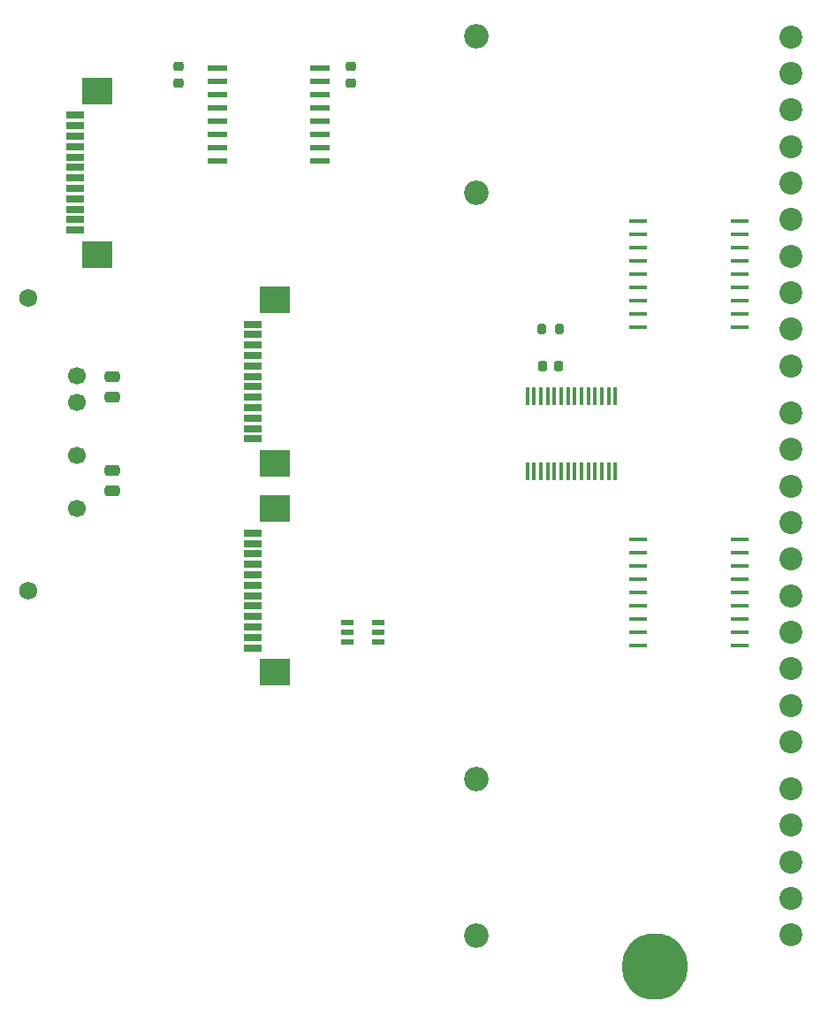
<source format=gbr>
%TF.GenerationSoftware,KiCad,Pcbnew,9.0.1*%
%TF.CreationDate,2025-04-28T12:51:49+03:00*%
%TF.ProjectId,PM_CNV-DQ16_src,504d5f43-4e56-42d4-9451-31365f737263,rev?*%
%TF.SameCoordinates,Original*%
%TF.FileFunction,Soldermask,Top*%
%TF.FilePolarity,Negative*%
%FSLAX46Y46*%
G04 Gerber Fmt 4.6, Leading zero omitted, Abs format (unit mm)*
G04 Created by KiCad (PCBNEW 9.0.1) date 2025-04-28 12:51:49*
%MOMM*%
%LPD*%
G01*
G04 APERTURE LIST*
G04 Aperture macros list*
%AMRoundRect*
0 Rectangle with rounded corners*
0 $1 Rounding radius*
0 $2 $3 $4 $5 $6 $7 $8 $9 X,Y pos of 4 corners*
0 Add a 4 corners polygon primitive as box body*
4,1,4,$2,$3,$4,$5,$6,$7,$8,$9,$2,$3,0*
0 Add four circle primitives for the rounded corners*
1,1,$1+$1,$2,$3*
1,1,$1+$1,$4,$5*
1,1,$1+$1,$6,$7*
1,1,$1+$1,$8,$9*
0 Add four rect primitives between the rounded corners*
20,1,$1+$1,$2,$3,$4,$5,0*
20,1,$1+$1,$4,$5,$6,$7,0*
20,1,$1+$1,$6,$7,$8,$9,0*
20,1,$1+$1,$8,$9,$2,$3,0*%
G04 Aperture macros list end*
%ADD10C,2.200000*%
%ADD11R,1.716000X0.450800*%
%ADD12C,2.350000*%
%ADD13R,1.803400X0.635000*%
%ADD14R,2.997200X2.590800*%
%ADD15RoundRect,0.225000X0.225000X0.250000X-0.225000X0.250000X-0.225000X-0.250000X0.225000X-0.250000X0*%
%ADD16R,1.181100X0.558800*%
%ADD17RoundRect,0.225000X-0.250000X0.225000X-0.250000X-0.225000X0.250000X-0.225000X0.250000X0.225000X0*%
%ADD18RoundRect,0.250000X-0.475000X0.250000X-0.475000X-0.250000X0.475000X-0.250000X0.475000X0.250000X0*%
%ADD19RoundRect,0.250000X0.475000X-0.250000X0.475000X0.250000X-0.475000X0.250000X-0.475000X-0.250000X0*%
%ADD20C,1.700000*%
%ADD21R,0.431800X1.655601*%
%ADD22R,1.854200X0.482600*%
%ADD23RoundRect,0.200000X0.200000X0.275000X-0.200000X0.275000X-0.200000X-0.275000X0.200000X-0.275000X0*%
%ADD24O,6.350000X6.350000*%
%ADD25C,1.725000*%
G04 APERTURE END LIST*
D10*
%TO.C,J6*%
X35000000Y-43000000D03*
X35000000Y-39500000D03*
X35000000Y-36000000D03*
X35000000Y-32500000D03*
X35000000Y-29000000D03*
%TD*%
D11*
%TO.C,U6*%
X20389202Y25400000D03*
X20389202Y24130000D03*
X20389202Y22860000D03*
X20389202Y21590000D03*
X20389202Y20320000D03*
X20389202Y19050000D03*
X20389202Y17780000D03*
X20389202Y16510000D03*
X20389202Y15240000D03*
X30090798Y15240000D03*
X30090798Y16510000D03*
X30090798Y17780000D03*
X30090798Y19050000D03*
X30090798Y20320000D03*
X30090798Y21590000D03*
X30090798Y22860000D03*
X30090798Y24130000D03*
X30090798Y25400000D03*
%TD*%
D10*
%TO.C,J5*%
X35000000Y-24500000D03*
X35000000Y-21000000D03*
X35000000Y-17500000D03*
X35000000Y-14000000D03*
X35000000Y-10500000D03*
X35000000Y-7000000D03*
X35000000Y-3500000D03*
X35000000Y0D03*
X35000000Y3500000D03*
X35000000Y7000000D03*
%TD*%
%TO.C,J3*%
X35000000Y11500000D03*
X35000000Y15000000D03*
X35000000Y18500000D03*
X35000000Y22000000D03*
X35000000Y25500000D03*
X35000000Y29000000D03*
X35000000Y32500000D03*
X35000000Y36000000D03*
X35000000Y39500000D03*
X35000000Y43000000D03*
%TD*%
D12*
%TO.C,U8*%
X4920000Y28060000D03*
X4920000Y43060000D03*
%TD*%
D13*
%TO.C,J1*%
X-33556000Y24500008D03*
X-33556000Y25500006D03*
X-33556000Y26500004D03*
X-33556000Y27500002D03*
X-33556000Y28500000D03*
X-33556000Y29500000D03*
X-33556000Y30500000D03*
X-33556000Y31500000D03*
X-33556000Y32499998D03*
X-33556000Y33499996D03*
X-33556000Y34499994D03*
X-33556000Y35499992D03*
D14*
X-31385999Y22149997D03*
X-31385999Y37850003D03*
%TD*%
D15*
%TO.C,C7*%
X12775000Y11500000D03*
X11225000Y11500000D03*
%TD*%
D16*
%TO.C,U10*%
X-4533150Y-14950001D03*
X-4533150Y-14000000D03*
X-4533150Y-13049999D03*
X-7466850Y-13049999D03*
X-7466850Y-14000000D03*
X-7466850Y-14950001D03*
%TD*%
D17*
%TO.C,C1*%
X-23655000Y40145000D03*
X-23655000Y38595000D03*
%TD*%
D18*
%TO.C,C3*%
X-30000000Y10450000D03*
X-30000000Y8550000D03*
%TD*%
D12*
%TO.C,U9*%
X4920000Y-28060000D03*
X4920000Y-43060000D03*
%TD*%
D13*
%TO.C,J4*%
X-16556000Y-15499992D03*
X-16556000Y-14499994D03*
X-16556000Y-13499996D03*
X-16556000Y-12499998D03*
X-16556000Y-11500000D03*
X-16556000Y-10500000D03*
X-16556000Y-9500000D03*
X-16556000Y-8500000D03*
X-16556000Y-7500002D03*
X-16556000Y-6500004D03*
X-16556000Y-5500006D03*
X-16556000Y-4500008D03*
D14*
X-14385999Y-17850003D03*
X-14385999Y-2149997D03*
%TD*%
D19*
%TO.C,C4*%
X-30000000Y-450000D03*
X-30000000Y1450000D03*
%TD*%
D11*
%TO.C,U7*%
X20389202Y-5080000D03*
X20389202Y-6350000D03*
X20389202Y-7620000D03*
X20389202Y-8890000D03*
X20389202Y-10160000D03*
X20389202Y-11430000D03*
X20389202Y-12700000D03*
X20389202Y-13970000D03*
X20389202Y-15240000D03*
X30090798Y-15240000D03*
X30090798Y-13970000D03*
X30090798Y-12700000D03*
X30090798Y-11430000D03*
X30090798Y-10160000D03*
X30090798Y-8890000D03*
X30090798Y-7620000D03*
X30090798Y-6350000D03*
X30090798Y-5080000D03*
%TD*%
D20*
%TO.C,PS1*%
X-33375000Y10540000D03*
X-33375000Y8000000D03*
X-33375000Y2920000D03*
X-33375000Y-2160000D03*
%TD*%
D21*
%TO.C,U3*%
X18225000Y8627801D03*
X17574999Y8627801D03*
X16925000Y8627801D03*
X16274999Y8627801D03*
X15625001Y8627801D03*
X14974999Y8627801D03*
X14325001Y8627801D03*
X13675002Y8627801D03*
X13025001Y8627801D03*
X12375002Y8627801D03*
X11725001Y8627801D03*
X11075002Y8627801D03*
X10425001Y8627801D03*
X9775002Y8627801D03*
X9775000Y1372199D03*
X10425001Y1372199D03*
X11075000Y1372199D03*
X11725001Y1372199D03*
X12374999Y1372199D03*
X13025001Y1372199D03*
X13674999Y1372199D03*
X14325001Y1372199D03*
X14974999Y1372199D03*
X15625001Y1372199D03*
X16274999Y1372199D03*
X16925000Y1372199D03*
X17574999Y1372199D03*
X18225000Y1372199D03*
%TD*%
D22*
%TO.C,U4*%
X-19876800Y40005000D03*
X-19876800Y38735000D03*
X-19876800Y37465000D03*
X-19876800Y36195000D03*
X-19876800Y34925000D03*
X-19876800Y33655000D03*
X-19876800Y32385000D03*
X-19876800Y31115000D03*
X-10123200Y31115000D03*
X-10123200Y32385000D03*
X-10123200Y33655000D03*
X-10123200Y34925000D03*
X-10123200Y36195000D03*
X-10123200Y37465000D03*
X-10123200Y38735000D03*
X-10123200Y40005000D03*
%TD*%
D13*
%TO.C,J2*%
X-16556000Y4500008D03*
X-16556000Y5500006D03*
X-16556000Y6500004D03*
X-16556000Y7500002D03*
X-16556000Y8500000D03*
X-16556000Y9500000D03*
X-16556000Y10500000D03*
X-16556000Y11500000D03*
X-16556000Y12499998D03*
X-16556000Y13499996D03*
X-16556000Y14499994D03*
X-16556000Y15499992D03*
D14*
X-14385999Y2149997D03*
X-14385999Y17850003D03*
%TD*%
D23*
%TO.C,R1*%
X12825000Y15000000D03*
X11175000Y15000000D03*
%TD*%
D17*
%TO.C,C2*%
X-7145000Y40145000D03*
X-7145000Y38595000D03*
%TD*%
D24*
%TO.C,PE1*%
X22000000Y-46000000D03*
%TD*%
D25*
%TO.C,U2*%
X-38000000Y18000000D03*
%TD*%
%TO.C,U5*%
X-38000000Y-10000000D03*
%TD*%
M02*

</source>
